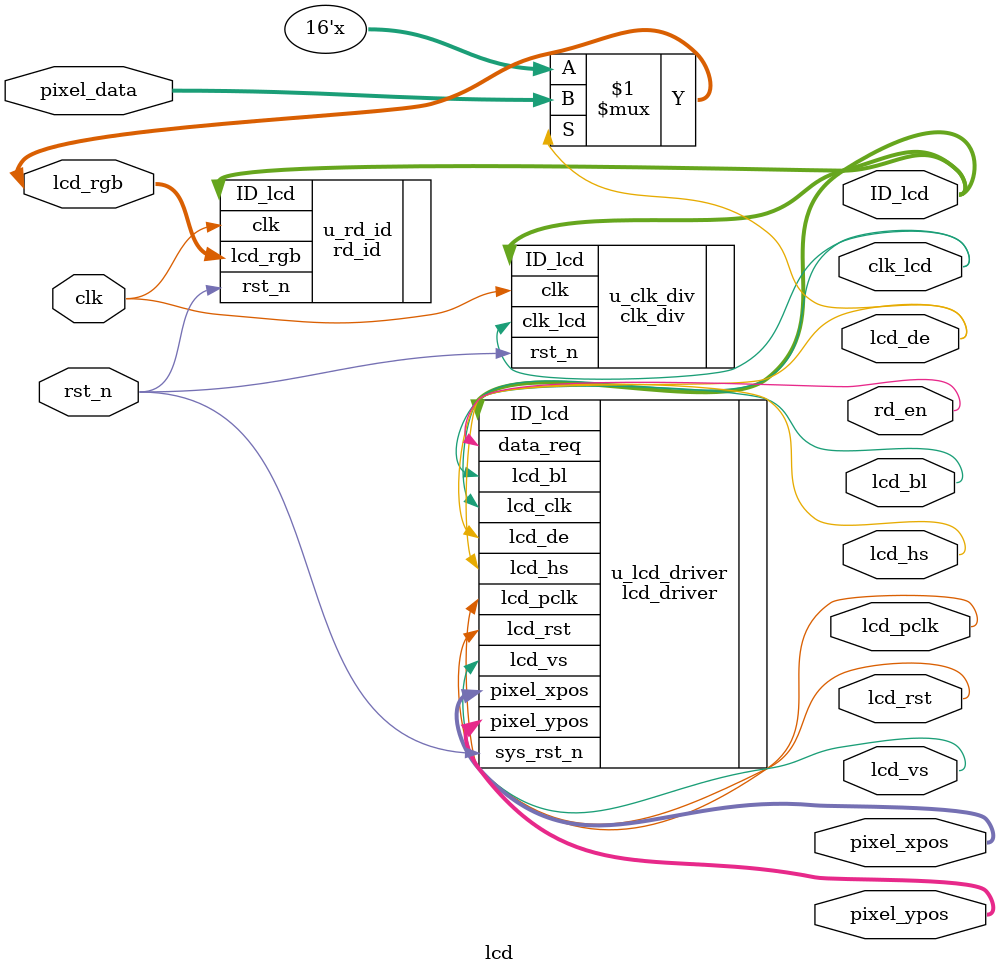
<source format=v>

module lcd(
    input              clk     ,
    input              rst_n   ,
    //RGB LCD接口 
    output             lcd_hs  ,       //LCD 行同步信号
    output             lcd_vs  ,       //LCD 场同步信号
    output             lcd_de  ,       //LCD 数据输入使能
    inout      [15:0]  lcd_rgb ,       //LCD RGB565颜色数据
    output             lcd_bl  ,       //LCD 背光控制信号
    output             lcd_rst ,       //LCD 复位信号
    output             lcd_pclk,       //LCD 采样时钟
       
    output             clk_lcd,
    input      [15:0]  pixel_data,     //像素点数据
    
    output             rd_en  ,        //请求像素点颜色数据输入 

    output     [15:0]  ID_lcd ,        //LCD的ID
    
    //user interface
    output     [10:0]  pixel_xpos,
    output     [10:0]  pixel_ypos
);

//*****************************************************
//**                    main code
//*****************************************************

//RGB565数据输出                 
assign lcd_rgb = lcd_de ? pixel_data : 16'dz;

//读rgb lcd ID 模块
rd_id    u_rd_id(
    .clk          (clk),
    .rst_n        (rst_n),
    .lcd_rgb      (lcd_rgb),
    .ID_lcd       (ID_lcd)

);

//分频模块，根据不同的LCD ID输出相应的频率的驱动时钟
clk_div  u_clk_div(
    .clk          (clk),
    .rst_n        (rst_n),
    .ID_lcd       (ID_lcd),
    .clk_lcd      (clk_lcd)
);

//lcd驱动模块    
lcd_driver u_lcd_driver(                      
    .lcd_clk        (clk_lcd),    
    .sys_rst_n      (rst_n),    

    .lcd_hs         (lcd_hs),       
    .lcd_vs         (lcd_vs),       
    .lcd_de         (lcd_de),       
    .lcd_bl         (lcd_bl),
    .lcd_rst        (lcd_rst),
    .lcd_pclk       (lcd_pclk),
    
    .data_req       (rd_en),                 //请求像素点颜色数据输入
    .pixel_xpos     (pixel_xpos), 
    .pixel_ypos     (pixel_ypos),
    .ID_lcd         (ID_lcd)
    ); 

endmodule

</source>
